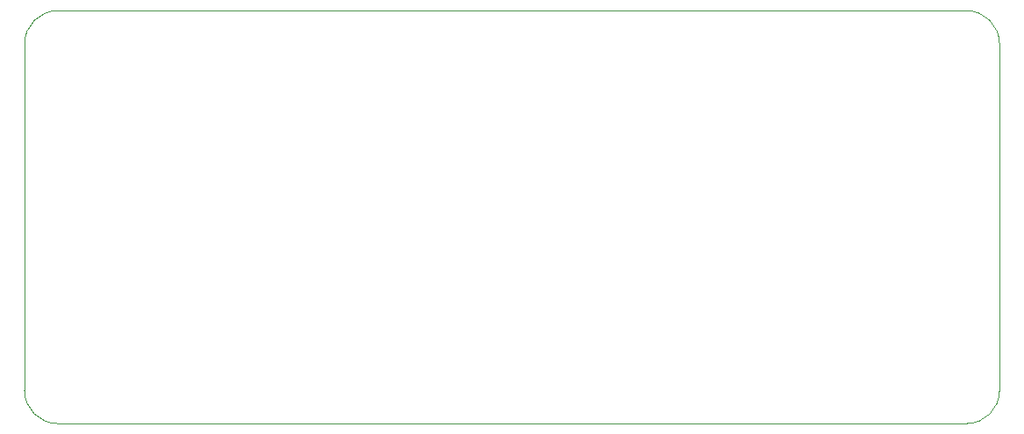
<source format=gbr>
%TF.GenerationSoftware,Altium Limited,Altium Designer,24.8.2 (39)*%
G04 Layer_Color=0*
%FSLAX45Y45*%
%MOMM*%
%TF.SameCoordinates,FC40D359-564B-479C-ACF9-AE4C40DE52D9*%
%TF.FilePolarity,Positive*%
%TF.FileFunction,Profile,NP*%
%TF.Part,Single*%
G01*
G75*
%TA.AperFunction,Profile*%
%ADD45C,0.02540*%
D45*
X7345680Y2860676D02*
G03*
X7666354Y2540000I320673J-3D01*
G01*
X16444940Y2539999D01*
D02*
G03*
X16761459Y2856520I0J316519D01*
G01*
X16761461Y6214596D01*
D02*
G03*
X16440627Y6535421I-320822J3D01*
G01*
X7668165Y6535419D01*
D02*
G03*
X7345680Y6212933I-5J-322480D01*
G01*
X7345680Y2860676D01*
%TF.MD5,31a1c241367d5f9cbf5c4a7810591f4c*%
M02*

</source>
